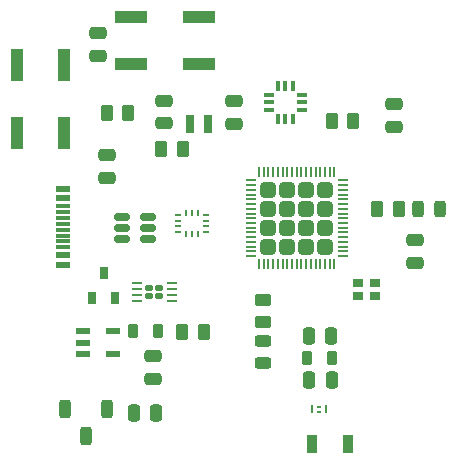
<source format=gbr>
%TF.GenerationSoftware,KiCad,Pcbnew,8.0.3*%
%TF.CreationDate,2024-12-07T22:28:51-06:00*%
%TF.ProjectId,wearable_som,77656172-6162-46c6-955f-736f6d2e6b69,rev?*%
%TF.SameCoordinates,Original*%
%TF.FileFunction,Paste,Top*%
%TF.FilePolarity,Positive*%
%FSLAX46Y46*%
G04 Gerber Fmt 4.6, Leading zero omitted, Abs format (unit mm)*
G04 Created by KiCad (PCBNEW 8.0.3) date 2024-12-07 22:28:51*
%MOMM*%
%LPD*%
G01*
G04 APERTURE LIST*
G04 Aperture macros list*
%AMRoundRect*
0 Rectangle with rounded corners*
0 $1 Rounding radius*
0 $2 $3 $4 $5 $6 $7 $8 $9 X,Y pos of 4 corners*
0 Add a 4 corners polygon primitive as box body*
4,1,4,$2,$3,$4,$5,$6,$7,$8,$9,$2,$3,0*
0 Add four circle primitives for the rounded corners*
1,1,$1+$1,$2,$3*
1,1,$1+$1,$4,$5*
1,1,$1+$1,$6,$7*
1,1,$1+$1,$8,$9*
0 Add four rect primitives between the rounded corners*
20,1,$1+$1,$2,$3,$4,$5,0*
20,1,$1+$1,$4,$5,$6,$7,0*
20,1,$1+$1,$6,$7,$8,$9,0*
20,1,$1+$1,$8,$9,$2,$3,0*%
G04 Aperture macros list end*
%ADD10RoundRect,0.243750X0.243750X0.456250X-0.243750X0.456250X-0.243750X-0.456250X0.243750X-0.456250X0*%
%ADD11R,0.279400X0.711200*%
%ADD12R,0.457200X0.254000*%
%ADD13RoundRect,0.250000X0.475000X-0.250000X0.475000X0.250000X-0.475000X0.250000X-0.475000X-0.250000X0*%
%ADD14RoundRect,0.250000X-0.475000X0.250000X-0.475000X-0.250000X0.475000X-0.250000X0.475000X0.250000X0*%
%ADD15RoundRect,0.250000X-0.262500X-0.450000X0.262500X-0.450000X0.262500X0.450000X-0.262500X0.450000X0*%
%ADD16RoundRect,0.250000X-0.250000X-0.475000X0.250000X-0.475000X0.250000X0.475000X-0.250000X0.475000X0*%
%ADD17RoundRect,0.218750X-0.218750X-0.381250X0.218750X-0.381250X0.218750X0.381250X-0.218750X0.381250X0*%
%ADD18R,1.150000X0.600000*%
%ADD19R,1.150000X0.300000*%
%ADD20RoundRect,0.140000X-0.205000X-0.140000X0.205000X-0.140000X0.205000X0.140000X-0.205000X0.140000X0*%
%ADD21RoundRect,0.062500X-0.337500X-0.062500X0.337500X-0.062500X0.337500X0.062500X-0.337500X0.062500X0*%
%ADD22RoundRect,0.250000X0.250000X0.550000X-0.250000X0.550000X-0.250000X-0.550000X0.250000X-0.550000X0*%
%ADD23R,0.475000X0.250000*%
%ADD24R,0.250000X0.475000*%
%ADD25RoundRect,0.150000X-0.512500X-0.150000X0.512500X-0.150000X0.512500X0.150000X-0.512500X0.150000X0*%
%ADD26R,0.650000X1.100000*%
%ADD27R,1.000000X2.750000*%
%ADD28RoundRect,0.250000X0.250000X0.475000X-0.250000X0.475000X-0.250000X-0.475000X0.250000X-0.475000X0*%
%ADD29RoundRect,0.250000X0.262500X0.450000X-0.262500X0.450000X-0.262500X-0.450000X0.262500X-0.450000X0*%
%ADD30R,0.950000X0.350000*%
%ADD31R,0.350000X0.950000*%
%ADD32R,2.750000X1.000000*%
%ADD33RoundRect,0.243750X0.456250X-0.243750X0.456250X0.243750X-0.456250X0.243750X-0.456250X-0.243750X0*%
%ADD34RoundRect,0.249999X-0.395001X-0.395001X0.395001X-0.395001X0.395001X0.395001X-0.395001X0.395001X0*%
%ADD35RoundRect,0.062500X-0.400000X-0.062500X0.400000X-0.062500X0.400000X0.062500X-0.400000X0.062500X0*%
%ADD36RoundRect,0.062500X-0.062500X-0.400000X0.062500X-0.400000X0.062500X0.400000X-0.062500X0.400000X0*%
%ADD37RoundRect,0.250000X-0.450000X0.262500X-0.450000X-0.262500X0.450000X-0.262500X0.450000X0.262500X0*%
%ADD38R,0.863600X1.600200*%
%ADD39R,1.200000X0.600000*%
%ADD40R,0.800000X1.500000*%
%ADD41R,0.900000X0.800000*%
G04 APERTURE END LIST*
D10*
%TO.C,D2*%
X132312500Y-127025000D03*
X130437500Y-127025000D03*
%TD*%
D11*
%TO.C,U4*%
X122684600Y-143975000D03*
D12*
X122075000Y-144203600D03*
D11*
X121465400Y-143975000D03*
D12*
X122075000Y-143746400D03*
%TD*%
D13*
%TO.C,C10*%
X104175000Y-124375000D03*
X104175000Y-122475000D03*
%TD*%
D14*
%TO.C,C2*%
X109000000Y-117850000D03*
X109000000Y-119750000D03*
%TD*%
D15*
%TO.C,R4*%
X127037500Y-127025000D03*
X128862500Y-127025000D03*
%TD*%
D16*
%TO.C,C5*%
X121200000Y-137725000D03*
X123100000Y-137725000D03*
%TD*%
D13*
%TO.C,C7*%
X128425000Y-120050000D03*
X128425000Y-118150000D03*
%TD*%
D17*
%TO.C,FB1*%
X106312500Y-137375000D03*
X108437500Y-137375000D03*
%TD*%
D15*
%TO.C,R5*%
X104112500Y-118887500D03*
X105937500Y-118887500D03*
%TD*%
D18*
%TO.C,J2*%
X100425000Y-125315000D03*
X100425000Y-126115000D03*
D19*
X100425000Y-127265000D03*
X100425000Y-128265000D03*
X100425000Y-128765000D03*
X100425000Y-129765000D03*
D18*
X100425000Y-131715000D03*
X100425000Y-130915000D03*
D19*
X100425000Y-130265000D03*
X100425000Y-129265000D03*
X100425000Y-127765000D03*
X100425000Y-126765000D03*
%TD*%
D20*
%TO.C,U3*%
X107725000Y-133675000D03*
X107725000Y-134375000D03*
X108575000Y-133675000D03*
X108575000Y-134375000D03*
D21*
X106700000Y-133275000D03*
X106700000Y-133775000D03*
X106700000Y-134275000D03*
X106700000Y-134775000D03*
X109600000Y-134775000D03*
X109600000Y-134275000D03*
X109600000Y-133775000D03*
X109600000Y-133275000D03*
%TD*%
D22*
%TO.C,SW2*%
X104100000Y-143975000D03*
X102350000Y-146275000D03*
X100600000Y-143975000D03*
%TD*%
D23*
%TO.C,U2*%
X112512500Y-128987500D03*
X112512500Y-128487500D03*
X112512500Y-127987500D03*
X112512500Y-127487500D03*
D24*
X111850000Y-127325000D03*
X111350000Y-127325000D03*
X110850000Y-127325000D03*
D23*
X110187500Y-127487500D03*
X110187500Y-127987500D03*
X110187500Y-128487500D03*
X110187500Y-128987500D03*
D24*
X110850000Y-129150000D03*
X111350000Y-129150000D03*
X111850000Y-129150000D03*
%TD*%
D25*
%TO.C,U6*%
X105375000Y-127650000D03*
X105375000Y-128600000D03*
X105375000Y-129550000D03*
X107650000Y-129550000D03*
X107650000Y-128600000D03*
X107650000Y-127650000D03*
%TD*%
D26*
%TO.C,Q1*%
X102890000Y-134525000D03*
X104810000Y-134525000D03*
X103850000Y-132425000D03*
%TD*%
D27*
%TO.C,SW3*%
X100500000Y-114800000D03*
X100500000Y-120550000D03*
X96500000Y-114800000D03*
X96500000Y-120550000D03*
%TD*%
D14*
%TO.C,C1*%
X114925000Y-117900000D03*
X114925000Y-119800000D03*
%TD*%
D16*
%TO.C,C4*%
X106400000Y-144325000D03*
X108300000Y-144325000D03*
%TD*%
D28*
%TO.C,C6*%
X123175000Y-141525000D03*
X121275000Y-141525000D03*
%TD*%
D29*
%TO.C,R8*%
X125000000Y-119525000D03*
X123175000Y-119525000D03*
%TD*%
D14*
%TO.C,C9*%
X130200000Y-129650000D03*
X130200000Y-131550000D03*
%TD*%
D30*
%TO.C,IC2*%
X120625000Y-118625000D03*
X120625000Y-117975000D03*
X120625000Y-117325000D03*
D31*
X119875000Y-116575000D03*
X119225000Y-116575000D03*
X118575000Y-116575000D03*
D30*
X117825000Y-117325000D03*
X117825000Y-117975000D03*
X117825000Y-118625000D03*
D31*
X118575000Y-119375000D03*
X119225000Y-119375000D03*
X119875000Y-119375000D03*
%TD*%
D14*
%TO.C,C11*%
X108025000Y-139475000D03*
X108025000Y-141375000D03*
%TD*%
D17*
%TO.C,L1*%
X121062500Y-139650000D03*
X123187500Y-139650000D03*
%TD*%
D32*
%TO.C,SW1*%
X111925000Y-114750000D03*
X106175000Y-114750000D03*
X111925000Y-110750000D03*
X106175000Y-110750000D03*
%TD*%
D33*
%TO.C,D3*%
X117350000Y-140025000D03*
X117350000Y-138150000D03*
%TD*%
D15*
%TO.C,R7*%
X110487500Y-137425000D03*
X112312500Y-137425000D03*
%TD*%
D34*
%TO.C,U1*%
X117800000Y-125400000D03*
X117800000Y-127000000D03*
X117800000Y-128600000D03*
X117800000Y-130200000D03*
X119400000Y-125400000D03*
X119400000Y-127000000D03*
X119400000Y-128600000D03*
X119400000Y-130200000D03*
X121000000Y-125400000D03*
X121000000Y-127000000D03*
X121000000Y-128600000D03*
X121000000Y-130200000D03*
X122600000Y-125400000D03*
X122600000Y-127000000D03*
X122600000Y-128600000D03*
X122600000Y-130200000D03*
D35*
X116312500Y-124600000D03*
X116312499Y-125000000D03*
X116312500Y-125400000D03*
X116312500Y-125800000D03*
X116312500Y-126200000D03*
X116312500Y-126599999D03*
X116312500Y-127000000D03*
X116312500Y-127400000D03*
X116312499Y-127800000D03*
X116312500Y-128200000D03*
X116312500Y-128600000D03*
X116312500Y-129000001D03*
X116312500Y-129400000D03*
X116312500Y-129800000D03*
X116312500Y-130200000D03*
X116312499Y-130600000D03*
X116312500Y-131000000D03*
D36*
X117000000Y-131687500D03*
X117400000Y-131687501D03*
X117800000Y-131687500D03*
X118200000Y-131687500D03*
X118600000Y-131687500D03*
X118999999Y-131687500D03*
X119400000Y-131687500D03*
X119800000Y-131687500D03*
X120200000Y-131687501D03*
X120600000Y-131687500D03*
X121000000Y-131687500D03*
X121400001Y-131687500D03*
X121800000Y-131687500D03*
X122200000Y-131687500D03*
X122600000Y-131687500D03*
X123000000Y-131687501D03*
X123400000Y-131687500D03*
D35*
X124087500Y-131000000D03*
X124087501Y-130600000D03*
X124087500Y-130200000D03*
X124087500Y-129800000D03*
X124087500Y-129400000D03*
X124087500Y-129000001D03*
X124087500Y-128600000D03*
X124087500Y-128200000D03*
X124087501Y-127800000D03*
X124087500Y-127400000D03*
X124087500Y-127000000D03*
X124087500Y-126599999D03*
X124087500Y-126200000D03*
X124087500Y-125800000D03*
X124087500Y-125400000D03*
X124087501Y-125000000D03*
X124087500Y-124600000D03*
D36*
X123400000Y-123912500D03*
X123000000Y-123912499D03*
X122600000Y-123912500D03*
X122200000Y-123912500D03*
X121800000Y-123912500D03*
X121400001Y-123912500D03*
X121000000Y-123912500D03*
X120600000Y-123912500D03*
X120200000Y-123912499D03*
X119800000Y-123912500D03*
X119400000Y-123912500D03*
X118999999Y-123912500D03*
X118600000Y-123912500D03*
X118200000Y-123912500D03*
X117800000Y-123912500D03*
X117400000Y-123912499D03*
X117000000Y-123912500D03*
%TD*%
D37*
%TO.C,R6*%
X117350000Y-134725000D03*
X117350000Y-136550000D03*
%TD*%
D38*
%TO.C,U5*%
X121526199Y-146950000D03*
X124573801Y-146950000D03*
%TD*%
D39*
%TO.C,IC1*%
X102125000Y-137375000D03*
X102125000Y-138325000D03*
X102125000Y-139275000D03*
X104625000Y-139275000D03*
X104625000Y-137375000D03*
%TD*%
D13*
%TO.C,C3*%
X103375000Y-114025000D03*
X103375000Y-112125000D03*
%TD*%
D15*
%TO.C,R9*%
X108712500Y-121975000D03*
X110537500Y-121975000D03*
%TD*%
D40*
%TO.C,Y2*%
X112675000Y-119775000D03*
X111175000Y-119775000D03*
%TD*%
D41*
%TO.C,Y1*%
X125425000Y-134350000D03*
X126825000Y-134350000D03*
X126825000Y-133250000D03*
X125425000Y-133250000D03*
%TD*%
M02*

</source>
